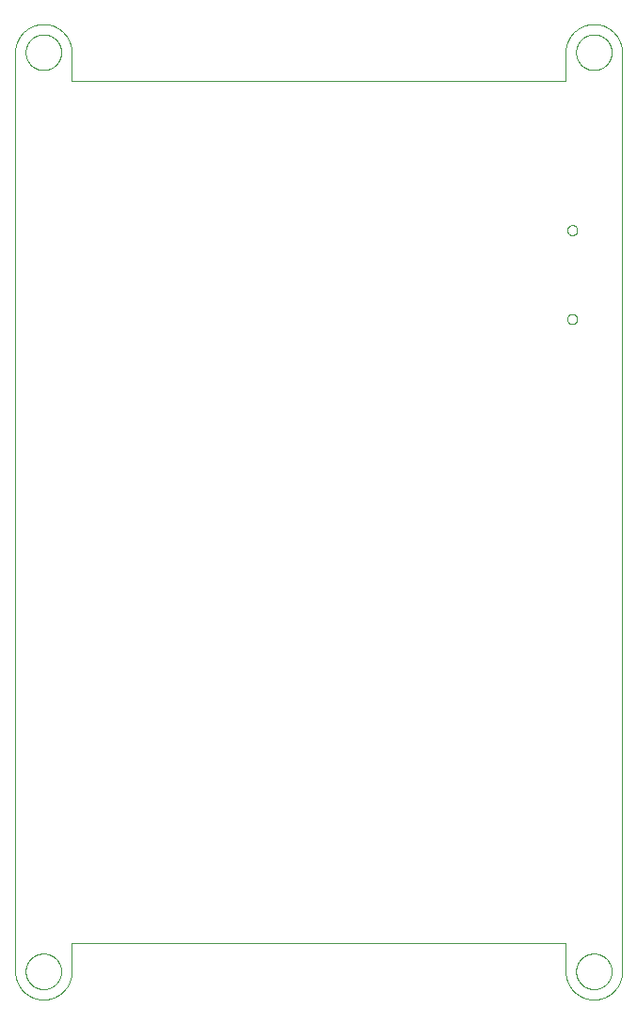
<source format=gko>
G75*
%MOIN*%
%OFA0B0*%
%FSLAX25Y25*%
%IPPOS*%
%LPD*%
%AMOC8*
5,1,8,0,0,1.08239X$1,22.5*
%
%ADD10C,0.00000*%
D10*
X0006171Y0011000D02*
X0006171Y0336500D01*
X0006174Y0336744D01*
X0006183Y0336987D01*
X0006198Y0337230D01*
X0006218Y0337473D01*
X0006245Y0337715D01*
X0006278Y0337956D01*
X0006316Y0338196D01*
X0006360Y0338436D01*
X0006410Y0338674D01*
X0006466Y0338911D01*
X0006528Y0339147D01*
X0006595Y0339381D01*
X0006668Y0339613D01*
X0006747Y0339844D01*
X0006831Y0340072D01*
X0006921Y0340299D01*
X0007016Y0340523D01*
X0007117Y0340745D01*
X0007223Y0340964D01*
X0007334Y0341180D01*
X0007451Y0341394D01*
X0007572Y0341605D01*
X0007699Y0341813D01*
X0007831Y0342018D01*
X0007968Y0342219D01*
X0008110Y0342417D01*
X0008256Y0342612D01*
X0008407Y0342803D01*
X0008563Y0342990D01*
X0008723Y0343173D01*
X0008888Y0343353D01*
X0009057Y0343528D01*
X0009230Y0343699D01*
X0009408Y0343866D01*
X0009589Y0344028D01*
X0009774Y0344186D01*
X0009963Y0344340D01*
X0010156Y0344489D01*
X0010352Y0344633D01*
X0010552Y0344772D01*
X0010755Y0344907D01*
X0010962Y0345036D01*
X0011171Y0345160D01*
X0011383Y0345279D01*
X0011599Y0345393D01*
X0011816Y0345502D01*
X0012037Y0345605D01*
X0012260Y0345703D01*
X0012485Y0345796D01*
X0012713Y0345883D01*
X0012942Y0345964D01*
X0013174Y0346040D01*
X0013407Y0346110D01*
X0013642Y0346175D01*
X0013878Y0346234D01*
X0014116Y0346287D01*
X0014355Y0346334D01*
X0014595Y0346375D01*
X0014836Y0346410D01*
X0015077Y0346440D01*
X0015320Y0346464D01*
X0015563Y0346481D01*
X0015806Y0346493D01*
X0016049Y0346499D01*
X0016293Y0346499D01*
X0016536Y0346493D01*
X0016779Y0346481D01*
X0017022Y0346464D01*
X0017265Y0346440D01*
X0017506Y0346410D01*
X0017747Y0346375D01*
X0017987Y0346334D01*
X0018226Y0346287D01*
X0018464Y0346234D01*
X0018700Y0346175D01*
X0018935Y0346110D01*
X0019168Y0346040D01*
X0019400Y0345964D01*
X0019629Y0345883D01*
X0019857Y0345796D01*
X0020082Y0345703D01*
X0020305Y0345605D01*
X0020526Y0345502D01*
X0020743Y0345393D01*
X0020959Y0345279D01*
X0021171Y0345160D01*
X0021380Y0345036D01*
X0021587Y0344907D01*
X0021790Y0344772D01*
X0021990Y0344633D01*
X0022186Y0344489D01*
X0022379Y0344340D01*
X0022568Y0344186D01*
X0022753Y0344028D01*
X0022934Y0343866D01*
X0023112Y0343699D01*
X0023285Y0343528D01*
X0023454Y0343353D01*
X0023619Y0343173D01*
X0023779Y0342990D01*
X0023935Y0342803D01*
X0024086Y0342612D01*
X0024232Y0342417D01*
X0024374Y0342219D01*
X0024511Y0342018D01*
X0024643Y0341813D01*
X0024770Y0341605D01*
X0024891Y0341394D01*
X0025008Y0341180D01*
X0025119Y0340964D01*
X0025225Y0340745D01*
X0025326Y0340523D01*
X0025421Y0340299D01*
X0025511Y0340072D01*
X0025595Y0339844D01*
X0025674Y0339613D01*
X0025747Y0339381D01*
X0025814Y0339147D01*
X0025876Y0338911D01*
X0025932Y0338674D01*
X0025982Y0338436D01*
X0026026Y0338196D01*
X0026064Y0337956D01*
X0026097Y0337715D01*
X0026124Y0337473D01*
X0026144Y0337230D01*
X0026159Y0336987D01*
X0026168Y0336744D01*
X0026171Y0336500D01*
X0026171Y0326500D01*
X0201171Y0326500D01*
X0201171Y0336500D01*
X0201174Y0336744D01*
X0201183Y0336987D01*
X0201198Y0337230D01*
X0201218Y0337473D01*
X0201245Y0337715D01*
X0201278Y0337956D01*
X0201316Y0338196D01*
X0201360Y0338436D01*
X0201410Y0338674D01*
X0201466Y0338911D01*
X0201528Y0339147D01*
X0201595Y0339381D01*
X0201668Y0339613D01*
X0201747Y0339844D01*
X0201831Y0340072D01*
X0201921Y0340299D01*
X0202016Y0340523D01*
X0202117Y0340745D01*
X0202223Y0340964D01*
X0202334Y0341180D01*
X0202451Y0341394D01*
X0202572Y0341605D01*
X0202699Y0341813D01*
X0202831Y0342018D01*
X0202968Y0342219D01*
X0203110Y0342417D01*
X0203256Y0342612D01*
X0203407Y0342803D01*
X0203563Y0342990D01*
X0203723Y0343173D01*
X0203888Y0343353D01*
X0204057Y0343528D01*
X0204230Y0343699D01*
X0204408Y0343866D01*
X0204589Y0344028D01*
X0204774Y0344186D01*
X0204963Y0344340D01*
X0205156Y0344489D01*
X0205352Y0344633D01*
X0205552Y0344772D01*
X0205755Y0344907D01*
X0205962Y0345036D01*
X0206171Y0345160D01*
X0206383Y0345279D01*
X0206599Y0345393D01*
X0206816Y0345502D01*
X0207037Y0345605D01*
X0207260Y0345703D01*
X0207485Y0345796D01*
X0207713Y0345883D01*
X0207942Y0345964D01*
X0208174Y0346040D01*
X0208407Y0346110D01*
X0208642Y0346175D01*
X0208878Y0346234D01*
X0209116Y0346287D01*
X0209355Y0346334D01*
X0209595Y0346375D01*
X0209836Y0346410D01*
X0210077Y0346440D01*
X0210320Y0346464D01*
X0210563Y0346481D01*
X0210806Y0346493D01*
X0211049Y0346499D01*
X0211293Y0346499D01*
X0211536Y0346493D01*
X0211779Y0346481D01*
X0212022Y0346464D01*
X0212265Y0346440D01*
X0212506Y0346410D01*
X0212747Y0346375D01*
X0212987Y0346334D01*
X0213226Y0346287D01*
X0213464Y0346234D01*
X0213700Y0346175D01*
X0213935Y0346110D01*
X0214168Y0346040D01*
X0214400Y0345964D01*
X0214629Y0345883D01*
X0214857Y0345796D01*
X0215082Y0345703D01*
X0215305Y0345605D01*
X0215526Y0345502D01*
X0215743Y0345393D01*
X0215959Y0345279D01*
X0216171Y0345160D01*
X0216380Y0345036D01*
X0216587Y0344907D01*
X0216790Y0344772D01*
X0216990Y0344633D01*
X0217186Y0344489D01*
X0217379Y0344340D01*
X0217568Y0344186D01*
X0217753Y0344028D01*
X0217934Y0343866D01*
X0218112Y0343699D01*
X0218285Y0343528D01*
X0218454Y0343353D01*
X0218619Y0343173D01*
X0218779Y0342990D01*
X0218935Y0342803D01*
X0219086Y0342612D01*
X0219232Y0342417D01*
X0219374Y0342219D01*
X0219511Y0342018D01*
X0219643Y0341813D01*
X0219770Y0341605D01*
X0219891Y0341394D01*
X0220008Y0341180D01*
X0220119Y0340964D01*
X0220225Y0340745D01*
X0220326Y0340523D01*
X0220421Y0340299D01*
X0220511Y0340072D01*
X0220595Y0339844D01*
X0220674Y0339613D01*
X0220747Y0339381D01*
X0220814Y0339147D01*
X0220876Y0338911D01*
X0220932Y0338674D01*
X0220982Y0338436D01*
X0221026Y0338196D01*
X0221064Y0337956D01*
X0221097Y0337715D01*
X0221124Y0337473D01*
X0221144Y0337230D01*
X0221159Y0336987D01*
X0221168Y0336744D01*
X0221171Y0336500D01*
X0221171Y0011000D01*
X0221168Y0010756D01*
X0221159Y0010513D01*
X0221144Y0010270D01*
X0221124Y0010027D01*
X0221097Y0009785D01*
X0221064Y0009544D01*
X0221026Y0009304D01*
X0220982Y0009064D01*
X0220932Y0008826D01*
X0220876Y0008589D01*
X0220814Y0008353D01*
X0220747Y0008119D01*
X0220674Y0007887D01*
X0220595Y0007656D01*
X0220511Y0007428D01*
X0220421Y0007201D01*
X0220326Y0006977D01*
X0220225Y0006755D01*
X0220119Y0006536D01*
X0220008Y0006320D01*
X0219891Y0006106D01*
X0219770Y0005895D01*
X0219643Y0005687D01*
X0219511Y0005482D01*
X0219374Y0005281D01*
X0219232Y0005083D01*
X0219086Y0004888D01*
X0218935Y0004697D01*
X0218779Y0004510D01*
X0218619Y0004327D01*
X0218454Y0004147D01*
X0218285Y0003972D01*
X0218112Y0003801D01*
X0217934Y0003634D01*
X0217753Y0003472D01*
X0217568Y0003314D01*
X0217379Y0003160D01*
X0217186Y0003011D01*
X0216990Y0002867D01*
X0216790Y0002728D01*
X0216587Y0002593D01*
X0216380Y0002464D01*
X0216171Y0002340D01*
X0215959Y0002221D01*
X0215743Y0002107D01*
X0215526Y0001998D01*
X0215305Y0001895D01*
X0215082Y0001797D01*
X0214857Y0001704D01*
X0214629Y0001617D01*
X0214400Y0001536D01*
X0214168Y0001460D01*
X0213935Y0001390D01*
X0213700Y0001325D01*
X0213464Y0001266D01*
X0213226Y0001213D01*
X0212987Y0001166D01*
X0212747Y0001125D01*
X0212506Y0001090D01*
X0212265Y0001060D01*
X0212022Y0001036D01*
X0211779Y0001019D01*
X0211536Y0001007D01*
X0211293Y0001001D01*
X0211049Y0001001D01*
X0210806Y0001007D01*
X0210563Y0001019D01*
X0210320Y0001036D01*
X0210077Y0001060D01*
X0209836Y0001090D01*
X0209595Y0001125D01*
X0209355Y0001166D01*
X0209116Y0001213D01*
X0208878Y0001266D01*
X0208642Y0001325D01*
X0208407Y0001390D01*
X0208174Y0001460D01*
X0207942Y0001536D01*
X0207713Y0001617D01*
X0207485Y0001704D01*
X0207260Y0001797D01*
X0207037Y0001895D01*
X0206816Y0001998D01*
X0206599Y0002107D01*
X0206383Y0002221D01*
X0206171Y0002340D01*
X0205962Y0002464D01*
X0205755Y0002593D01*
X0205552Y0002728D01*
X0205352Y0002867D01*
X0205156Y0003011D01*
X0204963Y0003160D01*
X0204774Y0003314D01*
X0204589Y0003472D01*
X0204408Y0003634D01*
X0204230Y0003801D01*
X0204057Y0003972D01*
X0203888Y0004147D01*
X0203723Y0004327D01*
X0203563Y0004510D01*
X0203407Y0004697D01*
X0203256Y0004888D01*
X0203110Y0005083D01*
X0202968Y0005281D01*
X0202831Y0005482D01*
X0202699Y0005687D01*
X0202572Y0005895D01*
X0202451Y0006106D01*
X0202334Y0006320D01*
X0202223Y0006536D01*
X0202117Y0006755D01*
X0202016Y0006977D01*
X0201921Y0007201D01*
X0201831Y0007428D01*
X0201747Y0007656D01*
X0201668Y0007887D01*
X0201595Y0008119D01*
X0201528Y0008353D01*
X0201466Y0008589D01*
X0201410Y0008826D01*
X0201360Y0009064D01*
X0201316Y0009304D01*
X0201278Y0009544D01*
X0201245Y0009785D01*
X0201218Y0010027D01*
X0201198Y0010270D01*
X0201183Y0010513D01*
X0201174Y0010756D01*
X0201171Y0011000D01*
X0201171Y0021000D01*
X0026171Y0021000D01*
X0026171Y0011000D01*
X0026168Y0010756D01*
X0026159Y0010513D01*
X0026144Y0010270D01*
X0026124Y0010027D01*
X0026097Y0009785D01*
X0026064Y0009544D01*
X0026026Y0009304D01*
X0025982Y0009064D01*
X0025932Y0008826D01*
X0025876Y0008589D01*
X0025814Y0008353D01*
X0025747Y0008119D01*
X0025674Y0007887D01*
X0025595Y0007656D01*
X0025511Y0007428D01*
X0025421Y0007201D01*
X0025326Y0006977D01*
X0025225Y0006755D01*
X0025119Y0006536D01*
X0025008Y0006320D01*
X0024891Y0006106D01*
X0024770Y0005895D01*
X0024643Y0005687D01*
X0024511Y0005482D01*
X0024374Y0005281D01*
X0024232Y0005083D01*
X0024086Y0004888D01*
X0023935Y0004697D01*
X0023779Y0004510D01*
X0023619Y0004327D01*
X0023454Y0004147D01*
X0023285Y0003972D01*
X0023112Y0003801D01*
X0022934Y0003634D01*
X0022753Y0003472D01*
X0022568Y0003314D01*
X0022379Y0003160D01*
X0022186Y0003011D01*
X0021990Y0002867D01*
X0021790Y0002728D01*
X0021587Y0002593D01*
X0021380Y0002464D01*
X0021171Y0002340D01*
X0020959Y0002221D01*
X0020743Y0002107D01*
X0020526Y0001998D01*
X0020305Y0001895D01*
X0020082Y0001797D01*
X0019857Y0001704D01*
X0019629Y0001617D01*
X0019400Y0001536D01*
X0019168Y0001460D01*
X0018935Y0001390D01*
X0018700Y0001325D01*
X0018464Y0001266D01*
X0018226Y0001213D01*
X0017987Y0001166D01*
X0017747Y0001125D01*
X0017506Y0001090D01*
X0017265Y0001060D01*
X0017022Y0001036D01*
X0016779Y0001019D01*
X0016536Y0001007D01*
X0016293Y0001001D01*
X0016049Y0001001D01*
X0015806Y0001007D01*
X0015563Y0001019D01*
X0015320Y0001036D01*
X0015077Y0001060D01*
X0014836Y0001090D01*
X0014595Y0001125D01*
X0014355Y0001166D01*
X0014116Y0001213D01*
X0013878Y0001266D01*
X0013642Y0001325D01*
X0013407Y0001390D01*
X0013174Y0001460D01*
X0012942Y0001536D01*
X0012713Y0001617D01*
X0012485Y0001704D01*
X0012260Y0001797D01*
X0012037Y0001895D01*
X0011816Y0001998D01*
X0011599Y0002107D01*
X0011383Y0002221D01*
X0011171Y0002340D01*
X0010962Y0002464D01*
X0010755Y0002593D01*
X0010552Y0002728D01*
X0010352Y0002867D01*
X0010156Y0003011D01*
X0009963Y0003160D01*
X0009774Y0003314D01*
X0009589Y0003472D01*
X0009408Y0003634D01*
X0009230Y0003801D01*
X0009057Y0003972D01*
X0008888Y0004147D01*
X0008723Y0004327D01*
X0008563Y0004510D01*
X0008407Y0004697D01*
X0008256Y0004888D01*
X0008110Y0005083D01*
X0007968Y0005281D01*
X0007831Y0005482D01*
X0007699Y0005687D01*
X0007572Y0005895D01*
X0007451Y0006106D01*
X0007334Y0006320D01*
X0007223Y0006536D01*
X0007117Y0006755D01*
X0007016Y0006977D01*
X0006921Y0007201D01*
X0006831Y0007428D01*
X0006747Y0007656D01*
X0006668Y0007887D01*
X0006595Y0008119D01*
X0006528Y0008353D01*
X0006466Y0008589D01*
X0006410Y0008826D01*
X0006360Y0009064D01*
X0006316Y0009304D01*
X0006278Y0009544D01*
X0006245Y0009785D01*
X0006218Y0010027D01*
X0006198Y0010270D01*
X0006183Y0010513D01*
X0006174Y0010756D01*
X0006171Y0011000D01*
X0009872Y0011000D02*
X0009874Y0011158D01*
X0009880Y0011316D01*
X0009890Y0011474D01*
X0009904Y0011632D01*
X0009922Y0011789D01*
X0009943Y0011946D01*
X0009969Y0012102D01*
X0009999Y0012258D01*
X0010032Y0012413D01*
X0010070Y0012566D01*
X0010111Y0012719D01*
X0010156Y0012871D01*
X0010205Y0013022D01*
X0010258Y0013171D01*
X0010314Y0013319D01*
X0010374Y0013465D01*
X0010438Y0013610D01*
X0010506Y0013753D01*
X0010577Y0013895D01*
X0010651Y0014035D01*
X0010729Y0014172D01*
X0010811Y0014308D01*
X0010895Y0014442D01*
X0010984Y0014573D01*
X0011075Y0014702D01*
X0011170Y0014829D01*
X0011267Y0014954D01*
X0011368Y0015076D01*
X0011472Y0015195D01*
X0011579Y0015312D01*
X0011689Y0015426D01*
X0011802Y0015537D01*
X0011917Y0015646D01*
X0012035Y0015751D01*
X0012156Y0015853D01*
X0012279Y0015953D01*
X0012405Y0016049D01*
X0012533Y0016142D01*
X0012663Y0016232D01*
X0012796Y0016318D01*
X0012931Y0016402D01*
X0013067Y0016481D01*
X0013206Y0016558D01*
X0013347Y0016630D01*
X0013489Y0016700D01*
X0013633Y0016765D01*
X0013779Y0016827D01*
X0013926Y0016885D01*
X0014075Y0016940D01*
X0014225Y0016991D01*
X0014376Y0017038D01*
X0014528Y0017081D01*
X0014681Y0017120D01*
X0014836Y0017156D01*
X0014991Y0017187D01*
X0015147Y0017215D01*
X0015303Y0017239D01*
X0015460Y0017259D01*
X0015618Y0017275D01*
X0015775Y0017287D01*
X0015934Y0017295D01*
X0016092Y0017299D01*
X0016250Y0017299D01*
X0016408Y0017295D01*
X0016567Y0017287D01*
X0016724Y0017275D01*
X0016882Y0017259D01*
X0017039Y0017239D01*
X0017195Y0017215D01*
X0017351Y0017187D01*
X0017506Y0017156D01*
X0017661Y0017120D01*
X0017814Y0017081D01*
X0017966Y0017038D01*
X0018117Y0016991D01*
X0018267Y0016940D01*
X0018416Y0016885D01*
X0018563Y0016827D01*
X0018709Y0016765D01*
X0018853Y0016700D01*
X0018995Y0016630D01*
X0019136Y0016558D01*
X0019275Y0016481D01*
X0019411Y0016402D01*
X0019546Y0016318D01*
X0019679Y0016232D01*
X0019809Y0016142D01*
X0019937Y0016049D01*
X0020063Y0015953D01*
X0020186Y0015853D01*
X0020307Y0015751D01*
X0020425Y0015646D01*
X0020540Y0015537D01*
X0020653Y0015426D01*
X0020763Y0015312D01*
X0020870Y0015195D01*
X0020974Y0015076D01*
X0021075Y0014954D01*
X0021172Y0014829D01*
X0021267Y0014702D01*
X0021358Y0014573D01*
X0021447Y0014442D01*
X0021531Y0014308D01*
X0021613Y0014172D01*
X0021691Y0014035D01*
X0021765Y0013895D01*
X0021836Y0013753D01*
X0021904Y0013610D01*
X0021968Y0013465D01*
X0022028Y0013319D01*
X0022084Y0013171D01*
X0022137Y0013022D01*
X0022186Y0012871D01*
X0022231Y0012719D01*
X0022272Y0012566D01*
X0022310Y0012413D01*
X0022343Y0012258D01*
X0022373Y0012102D01*
X0022399Y0011946D01*
X0022420Y0011789D01*
X0022438Y0011632D01*
X0022452Y0011474D01*
X0022462Y0011316D01*
X0022468Y0011158D01*
X0022470Y0011000D01*
X0022468Y0010842D01*
X0022462Y0010684D01*
X0022452Y0010526D01*
X0022438Y0010368D01*
X0022420Y0010211D01*
X0022399Y0010054D01*
X0022373Y0009898D01*
X0022343Y0009742D01*
X0022310Y0009587D01*
X0022272Y0009434D01*
X0022231Y0009281D01*
X0022186Y0009129D01*
X0022137Y0008978D01*
X0022084Y0008829D01*
X0022028Y0008681D01*
X0021968Y0008535D01*
X0021904Y0008390D01*
X0021836Y0008247D01*
X0021765Y0008105D01*
X0021691Y0007965D01*
X0021613Y0007828D01*
X0021531Y0007692D01*
X0021447Y0007558D01*
X0021358Y0007427D01*
X0021267Y0007298D01*
X0021172Y0007171D01*
X0021075Y0007046D01*
X0020974Y0006924D01*
X0020870Y0006805D01*
X0020763Y0006688D01*
X0020653Y0006574D01*
X0020540Y0006463D01*
X0020425Y0006354D01*
X0020307Y0006249D01*
X0020186Y0006147D01*
X0020063Y0006047D01*
X0019937Y0005951D01*
X0019809Y0005858D01*
X0019679Y0005768D01*
X0019546Y0005682D01*
X0019411Y0005598D01*
X0019275Y0005519D01*
X0019136Y0005442D01*
X0018995Y0005370D01*
X0018853Y0005300D01*
X0018709Y0005235D01*
X0018563Y0005173D01*
X0018416Y0005115D01*
X0018267Y0005060D01*
X0018117Y0005009D01*
X0017966Y0004962D01*
X0017814Y0004919D01*
X0017661Y0004880D01*
X0017506Y0004844D01*
X0017351Y0004813D01*
X0017195Y0004785D01*
X0017039Y0004761D01*
X0016882Y0004741D01*
X0016724Y0004725D01*
X0016567Y0004713D01*
X0016408Y0004705D01*
X0016250Y0004701D01*
X0016092Y0004701D01*
X0015934Y0004705D01*
X0015775Y0004713D01*
X0015618Y0004725D01*
X0015460Y0004741D01*
X0015303Y0004761D01*
X0015147Y0004785D01*
X0014991Y0004813D01*
X0014836Y0004844D01*
X0014681Y0004880D01*
X0014528Y0004919D01*
X0014376Y0004962D01*
X0014225Y0005009D01*
X0014075Y0005060D01*
X0013926Y0005115D01*
X0013779Y0005173D01*
X0013633Y0005235D01*
X0013489Y0005300D01*
X0013347Y0005370D01*
X0013206Y0005442D01*
X0013067Y0005519D01*
X0012931Y0005598D01*
X0012796Y0005682D01*
X0012663Y0005768D01*
X0012533Y0005858D01*
X0012405Y0005951D01*
X0012279Y0006047D01*
X0012156Y0006147D01*
X0012035Y0006249D01*
X0011917Y0006354D01*
X0011802Y0006463D01*
X0011689Y0006574D01*
X0011579Y0006688D01*
X0011472Y0006805D01*
X0011368Y0006924D01*
X0011267Y0007046D01*
X0011170Y0007171D01*
X0011075Y0007298D01*
X0010984Y0007427D01*
X0010895Y0007558D01*
X0010811Y0007692D01*
X0010729Y0007828D01*
X0010651Y0007965D01*
X0010577Y0008105D01*
X0010506Y0008247D01*
X0010438Y0008390D01*
X0010374Y0008535D01*
X0010314Y0008681D01*
X0010258Y0008829D01*
X0010205Y0008978D01*
X0010156Y0009129D01*
X0010111Y0009281D01*
X0010070Y0009434D01*
X0010032Y0009587D01*
X0009999Y0009742D01*
X0009969Y0009898D01*
X0009943Y0010054D01*
X0009922Y0010211D01*
X0009904Y0010368D01*
X0009890Y0010526D01*
X0009880Y0010684D01*
X0009874Y0010842D01*
X0009872Y0011000D01*
X0201738Y0242012D02*
X0201740Y0242096D01*
X0201746Y0242179D01*
X0201756Y0242262D01*
X0201770Y0242345D01*
X0201787Y0242427D01*
X0201809Y0242508D01*
X0201834Y0242587D01*
X0201863Y0242666D01*
X0201896Y0242743D01*
X0201932Y0242818D01*
X0201972Y0242892D01*
X0202015Y0242964D01*
X0202062Y0243033D01*
X0202112Y0243100D01*
X0202165Y0243165D01*
X0202221Y0243227D01*
X0202279Y0243287D01*
X0202341Y0243344D01*
X0202405Y0243397D01*
X0202472Y0243448D01*
X0202541Y0243495D01*
X0202612Y0243540D01*
X0202685Y0243580D01*
X0202760Y0243617D01*
X0202837Y0243651D01*
X0202915Y0243681D01*
X0202994Y0243707D01*
X0203075Y0243730D01*
X0203157Y0243748D01*
X0203239Y0243763D01*
X0203322Y0243774D01*
X0203405Y0243781D01*
X0203489Y0243784D01*
X0203573Y0243783D01*
X0203656Y0243778D01*
X0203740Y0243769D01*
X0203822Y0243756D01*
X0203904Y0243740D01*
X0203985Y0243719D01*
X0204066Y0243695D01*
X0204144Y0243667D01*
X0204222Y0243635D01*
X0204298Y0243599D01*
X0204372Y0243560D01*
X0204444Y0243518D01*
X0204514Y0243472D01*
X0204582Y0243423D01*
X0204647Y0243371D01*
X0204710Y0243316D01*
X0204770Y0243258D01*
X0204828Y0243197D01*
X0204882Y0243133D01*
X0204934Y0243067D01*
X0204982Y0242999D01*
X0205027Y0242928D01*
X0205068Y0242855D01*
X0205107Y0242781D01*
X0205141Y0242705D01*
X0205172Y0242627D01*
X0205199Y0242548D01*
X0205223Y0242467D01*
X0205242Y0242386D01*
X0205258Y0242304D01*
X0205270Y0242221D01*
X0205278Y0242137D01*
X0205282Y0242054D01*
X0205282Y0241970D01*
X0205278Y0241887D01*
X0205270Y0241803D01*
X0205258Y0241720D01*
X0205242Y0241638D01*
X0205223Y0241557D01*
X0205199Y0241476D01*
X0205172Y0241397D01*
X0205141Y0241319D01*
X0205107Y0241243D01*
X0205068Y0241169D01*
X0205027Y0241096D01*
X0204982Y0241025D01*
X0204934Y0240957D01*
X0204882Y0240891D01*
X0204828Y0240827D01*
X0204770Y0240766D01*
X0204710Y0240708D01*
X0204647Y0240653D01*
X0204582Y0240601D01*
X0204514Y0240552D01*
X0204444Y0240506D01*
X0204372Y0240464D01*
X0204298Y0240425D01*
X0204222Y0240389D01*
X0204144Y0240357D01*
X0204066Y0240329D01*
X0203985Y0240305D01*
X0203904Y0240284D01*
X0203822Y0240268D01*
X0203740Y0240255D01*
X0203656Y0240246D01*
X0203573Y0240241D01*
X0203489Y0240240D01*
X0203405Y0240243D01*
X0203322Y0240250D01*
X0203239Y0240261D01*
X0203157Y0240276D01*
X0203075Y0240294D01*
X0202994Y0240317D01*
X0202915Y0240343D01*
X0202837Y0240373D01*
X0202760Y0240407D01*
X0202685Y0240444D01*
X0202612Y0240484D01*
X0202541Y0240529D01*
X0202472Y0240576D01*
X0202405Y0240627D01*
X0202341Y0240680D01*
X0202279Y0240737D01*
X0202221Y0240797D01*
X0202165Y0240859D01*
X0202112Y0240924D01*
X0202062Y0240991D01*
X0202015Y0241060D01*
X0201972Y0241132D01*
X0201932Y0241206D01*
X0201896Y0241281D01*
X0201863Y0241358D01*
X0201834Y0241437D01*
X0201809Y0241516D01*
X0201787Y0241597D01*
X0201770Y0241679D01*
X0201756Y0241762D01*
X0201746Y0241845D01*
X0201740Y0241928D01*
X0201738Y0242012D01*
X0201738Y0273508D02*
X0201740Y0273592D01*
X0201746Y0273675D01*
X0201756Y0273758D01*
X0201770Y0273841D01*
X0201787Y0273923D01*
X0201809Y0274004D01*
X0201834Y0274083D01*
X0201863Y0274162D01*
X0201896Y0274239D01*
X0201932Y0274314D01*
X0201972Y0274388D01*
X0202015Y0274460D01*
X0202062Y0274529D01*
X0202112Y0274596D01*
X0202165Y0274661D01*
X0202221Y0274723D01*
X0202279Y0274783D01*
X0202341Y0274840D01*
X0202405Y0274893D01*
X0202472Y0274944D01*
X0202541Y0274991D01*
X0202612Y0275036D01*
X0202685Y0275076D01*
X0202760Y0275113D01*
X0202837Y0275147D01*
X0202915Y0275177D01*
X0202994Y0275203D01*
X0203075Y0275226D01*
X0203157Y0275244D01*
X0203239Y0275259D01*
X0203322Y0275270D01*
X0203405Y0275277D01*
X0203489Y0275280D01*
X0203573Y0275279D01*
X0203656Y0275274D01*
X0203740Y0275265D01*
X0203822Y0275252D01*
X0203904Y0275236D01*
X0203985Y0275215D01*
X0204066Y0275191D01*
X0204144Y0275163D01*
X0204222Y0275131D01*
X0204298Y0275095D01*
X0204372Y0275056D01*
X0204444Y0275014D01*
X0204514Y0274968D01*
X0204582Y0274919D01*
X0204647Y0274867D01*
X0204710Y0274812D01*
X0204770Y0274754D01*
X0204828Y0274693D01*
X0204882Y0274629D01*
X0204934Y0274563D01*
X0204982Y0274495D01*
X0205027Y0274424D01*
X0205068Y0274351D01*
X0205107Y0274277D01*
X0205141Y0274201D01*
X0205172Y0274123D01*
X0205199Y0274044D01*
X0205223Y0273963D01*
X0205242Y0273882D01*
X0205258Y0273800D01*
X0205270Y0273717D01*
X0205278Y0273633D01*
X0205282Y0273550D01*
X0205282Y0273466D01*
X0205278Y0273383D01*
X0205270Y0273299D01*
X0205258Y0273216D01*
X0205242Y0273134D01*
X0205223Y0273053D01*
X0205199Y0272972D01*
X0205172Y0272893D01*
X0205141Y0272815D01*
X0205107Y0272739D01*
X0205068Y0272665D01*
X0205027Y0272592D01*
X0204982Y0272521D01*
X0204934Y0272453D01*
X0204882Y0272387D01*
X0204828Y0272323D01*
X0204770Y0272262D01*
X0204710Y0272204D01*
X0204647Y0272149D01*
X0204582Y0272097D01*
X0204514Y0272048D01*
X0204444Y0272002D01*
X0204372Y0271960D01*
X0204298Y0271921D01*
X0204222Y0271885D01*
X0204144Y0271853D01*
X0204066Y0271825D01*
X0203985Y0271801D01*
X0203904Y0271780D01*
X0203822Y0271764D01*
X0203740Y0271751D01*
X0203656Y0271742D01*
X0203573Y0271737D01*
X0203489Y0271736D01*
X0203405Y0271739D01*
X0203322Y0271746D01*
X0203239Y0271757D01*
X0203157Y0271772D01*
X0203075Y0271790D01*
X0202994Y0271813D01*
X0202915Y0271839D01*
X0202837Y0271869D01*
X0202760Y0271903D01*
X0202685Y0271940D01*
X0202612Y0271980D01*
X0202541Y0272025D01*
X0202472Y0272072D01*
X0202405Y0272123D01*
X0202341Y0272176D01*
X0202279Y0272233D01*
X0202221Y0272293D01*
X0202165Y0272355D01*
X0202112Y0272420D01*
X0202062Y0272487D01*
X0202015Y0272556D01*
X0201972Y0272628D01*
X0201932Y0272702D01*
X0201896Y0272777D01*
X0201863Y0272854D01*
X0201834Y0272933D01*
X0201809Y0273012D01*
X0201787Y0273093D01*
X0201770Y0273175D01*
X0201756Y0273258D01*
X0201746Y0273341D01*
X0201740Y0273424D01*
X0201738Y0273508D01*
X0204872Y0336500D02*
X0204874Y0336658D01*
X0204880Y0336816D01*
X0204890Y0336974D01*
X0204904Y0337132D01*
X0204922Y0337289D01*
X0204943Y0337446D01*
X0204969Y0337602D01*
X0204999Y0337758D01*
X0205032Y0337913D01*
X0205070Y0338066D01*
X0205111Y0338219D01*
X0205156Y0338371D01*
X0205205Y0338522D01*
X0205258Y0338671D01*
X0205314Y0338819D01*
X0205374Y0338965D01*
X0205438Y0339110D01*
X0205506Y0339253D01*
X0205577Y0339395D01*
X0205651Y0339535D01*
X0205729Y0339672D01*
X0205811Y0339808D01*
X0205895Y0339942D01*
X0205984Y0340073D01*
X0206075Y0340202D01*
X0206170Y0340329D01*
X0206267Y0340454D01*
X0206368Y0340576D01*
X0206472Y0340695D01*
X0206579Y0340812D01*
X0206689Y0340926D01*
X0206802Y0341037D01*
X0206917Y0341146D01*
X0207035Y0341251D01*
X0207156Y0341353D01*
X0207279Y0341453D01*
X0207405Y0341549D01*
X0207533Y0341642D01*
X0207663Y0341732D01*
X0207796Y0341818D01*
X0207931Y0341902D01*
X0208067Y0341981D01*
X0208206Y0342058D01*
X0208347Y0342130D01*
X0208489Y0342200D01*
X0208633Y0342265D01*
X0208779Y0342327D01*
X0208926Y0342385D01*
X0209075Y0342440D01*
X0209225Y0342491D01*
X0209376Y0342538D01*
X0209528Y0342581D01*
X0209681Y0342620D01*
X0209836Y0342656D01*
X0209991Y0342687D01*
X0210147Y0342715D01*
X0210303Y0342739D01*
X0210460Y0342759D01*
X0210618Y0342775D01*
X0210775Y0342787D01*
X0210934Y0342795D01*
X0211092Y0342799D01*
X0211250Y0342799D01*
X0211408Y0342795D01*
X0211567Y0342787D01*
X0211724Y0342775D01*
X0211882Y0342759D01*
X0212039Y0342739D01*
X0212195Y0342715D01*
X0212351Y0342687D01*
X0212506Y0342656D01*
X0212661Y0342620D01*
X0212814Y0342581D01*
X0212966Y0342538D01*
X0213117Y0342491D01*
X0213267Y0342440D01*
X0213416Y0342385D01*
X0213563Y0342327D01*
X0213709Y0342265D01*
X0213853Y0342200D01*
X0213995Y0342130D01*
X0214136Y0342058D01*
X0214275Y0341981D01*
X0214411Y0341902D01*
X0214546Y0341818D01*
X0214679Y0341732D01*
X0214809Y0341642D01*
X0214937Y0341549D01*
X0215063Y0341453D01*
X0215186Y0341353D01*
X0215307Y0341251D01*
X0215425Y0341146D01*
X0215540Y0341037D01*
X0215653Y0340926D01*
X0215763Y0340812D01*
X0215870Y0340695D01*
X0215974Y0340576D01*
X0216075Y0340454D01*
X0216172Y0340329D01*
X0216267Y0340202D01*
X0216358Y0340073D01*
X0216447Y0339942D01*
X0216531Y0339808D01*
X0216613Y0339672D01*
X0216691Y0339535D01*
X0216765Y0339395D01*
X0216836Y0339253D01*
X0216904Y0339110D01*
X0216968Y0338965D01*
X0217028Y0338819D01*
X0217084Y0338671D01*
X0217137Y0338522D01*
X0217186Y0338371D01*
X0217231Y0338219D01*
X0217272Y0338066D01*
X0217310Y0337913D01*
X0217343Y0337758D01*
X0217373Y0337602D01*
X0217399Y0337446D01*
X0217420Y0337289D01*
X0217438Y0337132D01*
X0217452Y0336974D01*
X0217462Y0336816D01*
X0217468Y0336658D01*
X0217470Y0336500D01*
X0217468Y0336342D01*
X0217462Y0336184D01*
X0217452Y0336026D01*
X0217438Y0335868D01*
X0217420Y0335711D01*
X0217399Y0335554D01*
X0217373Y0335398D01*
X0217343Y0335242D01*
X0217310Y0335087D01*
X0217272Y0334934D01*
X0217231Y0334781D01*
X0217186Y0334629D01*
X0217137Y0334478D01*
X0217084Y0334329D01*
X0217028Y0334181D01*
X0216968Y0334035D01*
X0216904Y0333890D01*
X0216836Y0333747D01*
X0216765Y0333605D01*
X0216691Y0333465D01*
X0216613Y0333328D01*
X0216531Y0333192D01*
X0216447Y0333058D01*
X0216358Y0332927D01*
X0216267Y0332798D01*
X0216172Y0332671D01*
X0216075Y0332546D01*
X0215974Y0332424D01*
X0215870Y0332305D01*
X0215763Y0332188D01*
X0215653Y0332074D01*
X0215540Y0331963D01*
X0215425Y0331854D01*
X0215307Y0331749D01*
X0215186Y0331647D01*
X0215063Y0331547D01*
X0214937Y0331451D01*
X0214809Y0331358D01*
X0214679Y0331268D01*
X0214546Y0331182D01*
X0214411Y0331098D01*
X0214275Y0331019D01*
X0214136Y0330942D01*
X0213995Y0330870D01*
X0213853Y0330800D01*
X0213709Y0330735D01*
X0213563Y0330673D01*
X0213416Y0330615D01*
X0213267Y0330560D01*
X0213117Y0330509D01*
X0212966Y0330462D01*
X0212814Y0330419D01*
X0212661Y0330380D01*
X0212506Y0330344D01*
X0212351Y0330313D01*
X0212195Y0330285D01*
X0212039Y0330261D01*
X0211882Y0330241D01*
X0211724Y0330225D01*
X0211567Y0330213D01*
X0211408Y0330205D01*
X0211250Y0330201D01*
X0211092Y0330201D01*
X0210934Y0330205D01*
X0210775Y0330213D01*
X0210618Y0330225D01*
X0210460Y0330241D01*
X0210303Y0330261D01*
X0210147Y0330285D01*
X0209991Y0330313D01*
X0209836Y0330344D01*
X0209681Y0330380D01*
X0209528Y0330419D01*
X0209376Y0330462D01*
X0209225Y0330509D01*
X0209075Y0330560D01*
X0208926Y0330615D01*
X0208779Y0330673D01*
X0208633Y0330735D01*
X0208489Y0330800D01*
X0208347Y0330870D01*
X0208206Y0330942D01*
X0208067Y0331019D01*
X0207931Y0331098D01*
X0207796Y0331182D01*
X0207663Y0331268D01*
X0207533Y0331358D01*
X0207405Y0331451D01*
X0207279Y0331547D01*
X0207156Y0331647D01*
X0207035Y0331749D01*
X0206917Y0331854D01*
X0206802Y0331963D01*
X0206689Y0332074D01*
X0206579Y0332188D01*
X0206472Y0332305D01*
X0206368Y0332424D01*
X0206267Y0332546D01*
X0206170Y0332671D01*
X0206075Y0332798D01*
X0205984Y0332927D01*
X0205895Y0333058D01*
X0205811Y0333192D01*
X0205729Y0333328D01*
X0205651Y0333465D01*
X0205577Y0333605D01*
X0205506Y0333747D01*
X0205438Y0333890D01*
X0205374Y0334035D01*
X0205314Y0334181D01*
X0205258Y0334329D01*
X0205205Y0334478D01*
X0205156Y0334629D01*
X0205111Y0334781D01*
X0205070Y0334934D01*
X0205032Y0335087D01*
X0204999Y0335242D01*
X0204969Y0335398D01*
X0204943Y0335554D01*
X0204922Y0335711D01*
X0204904Y0335868D01*
X0204890Y0336026D01*
X0204880Y0336184D01*
X0204874Y0336342D01*
X0204872Y0336500D01*
X0009872Y0336500D02*
X0009874Y0336658D01*
X0009880Y0336816D01*
X0009890Y0336974D01*
X0009904Y0337132D01*
X0009922Y0337289D01*
X0009943Y0337446D01*
X0009969Y0337602D01*
X0009999Y0337758D01*
X0010032Y0337913D01*
X0010070Y0338066D01*
X0010111Y0338219D01*
X0010156Y0338371D01*
X0010205Y0338522D01*
X0010258Y0338671D01*
X0010314Y0338819D01*
X0010374Y0338965D01*
X0010438Y0339110D01*
X0010506Y0339253D01*
X0010577Y0339395D01*
X0010651Y0339535D01*
X0010729Y0339672D01*
X0010811Y0339808D01*
X0010895Y0339942D01*
X0010984Y0340073D01*
X0011075Y0340202D01*
X0011170Y0340329D01*
X0011267Y0340454D01*
X0011368Y0340576D01*
X0011472Y0340695D01*
X0011579Y0340812D01*
X0011689Y0340926D01*
X0011802Y0341037D01*
X0011917Y0341146D01*
X0012035Y0341251D01*
X0012156Y0341353D01*
X0012279Y0341453D01*
X0012405Y0341549D01*
X0012533Y0341642D01*
X0012663Y0341732D01*
X0012796Y0341818D01*
X0012931Y0341902D01*
X0013067Y0341981D01*
X0013206Y0342058D01*
X0013347Y0342130D01*
X0013489Y0342200D01*
X0013633Y0342265D01*
X0013779Y0342327D01*
X0013926Y0342385D01*
X0014075Y0342440D01*
X0014225Y0342491D01*
X0014376Y0342538D01*
X0014528Y0342581D01*
X0014681Y0342620D01*
X0014836Y0342656D01*
X0014991Y0342687D01*
X0015147Y0342715D01*
X0015303Y0342739D01*
X0015460Y0342759D01*
X0015618Y0342775D01*
X0015775Y0342787D01*
X0015934Y0342795D01*
X0016092Y0342799D01*
X0016250Y0342799D01*
X0016408Y0342795D01*
X0016567Y0342787D01*
X0016724Y0342775D01*
X0016882Y0342759D01*
X0017039Y0342739D01*
X0017195Y0342715D01*
X0017351Y0342687D01*
X0017506Y0342656D01*
X0017661Y0342620D01*
X0017814Y0342581D01*
X0017966Y0342538D01*
X0018117Y0342491D01*
X0018267Y0342440D01*
X0018416Y0342385D01*
X0018563Y0342327D01*
X0018709Y0342265D01*
X0018853Y0342200D01*
X0018995Y0342130D01*
X0019136Y0342058D01*
X0019275Y0341981D01*
X0019411Y0341902D01*
X0019546Y0341818D01*
X0019679Y0341732D01*
X0019809Y0341642D01*
X0019937Y0341549D01*
X0020063Y0341453D01*
X0020186Y0341353D01*
X0020307Y0341251D01*
X0020425Y0341146D01*
X0020540Y0341037D01*
X0020653Y0340926D01*
X0020763Y0340812D01*
X0020870Y0340695D01*
X0020974Y0340576D01*
X0021075Y0340454D01*
X0021172Y0340329D01*
X0021267Y0340202D01*
X0021358Y0340073D01*
X0021447Y0339942D01*
X0021531Y0339808D01*
X0021613Y0339672D01*
X0021691Y0339535D01*
X0021765Y0339395D01*
X0021836Y0339253D01*
X0021904Y0339110D01*
X0021968Y0338965D01*
X0022028Y0338819D01*
X0022084Y0338671D01*
X0022137Y0338522D01*
X0022186Y0338371D01*
X0022231Y0338219D01*
X0022272Y0338066D01*
X0022310Y0337913D01*
X0022343Y0337758D01*
X0022373Y0337602D01*
X0022399Y0337446D01*
X0022420Y0337289D01*
X0022438Y0337132D01*
X0022452Y0336974D01*
X0022462Y0336816D01*
X0022468Y0336658D01*
X0022470Y0336500D01*
X0022468Y0336342D01*
X0022462Y0336184D01*
X0022452Y0336026D01*
X0022438Y0335868D01*
X0022420Y0335711D01*
X0022399Y0335554D01*
X0022373Y0335398D01*
X0022343Y0335242D01*
X0022310Y0335087D01*
X0022272Y0334934D01*
X0022231Y0334781D01*
X0022186Y0334629D01*
X0022137Y0334478D01*
X0022084Y0334329D01*
X0022028Y0334181D01*
X0021968Y0334035D01*
X0021904Y0333890D01*
X0021836Y0333747D01*
X0021765Y0333605D01*
X0021691Y0333465D01*
X0021613Y0333328D01*
X0021531Y0333192D01*
X0021447Y0333058D01*
X0021358Y0332927D01*
X0021267Y0332798D01*
X0021172Y0332671D01*
X0021075Y0332546D01*
X0020974Y0332424D01*
X0020870Y0332305D01*
X0020763Y0332188D01*
X0020653Y0332074D01*
X0020540Y0331963D01*
X0020425Y0331854D01*
X0020307Y0331749D01*
X0020186Y0331647D01*
X0020063Y0331547D01*
X0019937Y0331451D01*
X0019809Y0331358D01*
X0019679Y0331268D01*
X0019546Y0331182D01*
X0019411Y0331098D01*
X0019275Y0331019D01*
X0019136Y0330942D01*
X0018995Y0330870D01*
X0018853Y0330800D01*
X0018709Y0330735D01*
X0018563Y0330673D01*
X0018416Y0330615D01*
X0018267Y0330560D01*
X0018117Y0330509D01*
X0017966Y0330462D01*
X0017814Y0330419D01*
X0017661Y0330380D01*
X0017506Y0330344D01*
X0017351Y0330313D01*
X0017195Y0330285D01*
X0017039Y0330261D01*
X0016882Y0330241D01*
X0016724Y0330225D01*
X0016567Y0330213D01*
X0016408Y0330205D01*
X0016250Y0330201D01*
X0016092Y0330201D01*
X0015934Y0330205D01*
X0015775Y0330213D01*
X0015618Y0330225D01*
X0015460Y0330241D01*
X0015303Y0330261D01*
X0015147Y0330285D01*
X0014991Y0330313D01*
X0014836Y0330344D01*
X0014681Y0330380D01*
X0014528Y0330419D01*
X0014376Y0330462D01*
X0014225Y0330509D01*
X0014075Y0330560D01*
X0013926Y0330615D01*
X0013779Y0330673D01*
X0013633Y0330735D01*
X0013489Y0330800D01*
X0013347Y0330870D01*
X0013206Y0330942D01*
X0013067Y0331019D01*
X0012931Y0331098D01*
X0012796Y0331182D01*
X0012663Y0331268D01*
X0012533Y0331358D01*
X0012405Y0331451D01*
X0012279Y0331547D01*
X0012156Y0331647D01*
X0012035Y0331749D01*
X0011917Y0331854D01*
X0011802Y0331963D01*
X0011689Y0332074D01*
X0011579Y0332188D01*
X0011472Y0332305D01*
X0011368Y0332424D01*
X0011267Y0332546D01*
X0011170Y0332671D01*
X0011075Y0332798D01*
X0010984Y0332927D01*
X0010895Y0333058D01*
X0010811Y0333192D01*
X0010729Y0333328D01*
X0010651Y0333465D01*
X0010577Y0333605D01*
X0010506Y0333747D01*
X0010438Y0333890D01*
X0010374Y0334035D01*
X0010314Y0334181D01*
X0010258Y0334329D01*
X0010205Y0334478D01*
X0010156Y0334629D01*
X0010111Y0334781D01*
X0010070Y0334934D01*
X0010032Y0335087D01*
X0009999Y0335242D01*
X0009969Y0335398D01*
X0009943Y0335554D01*
X0009922Y0335711D01*
X0009904Y0335868D01*
X0009890Y0336026D01*
X0009880Y0336184D01*
X0009874Y0336342D01*
X0009872Y0336500D01*
X0204872Y0011000D02*
X0204874Y0011158D01*
X0204880Y0011316D01*
X0204890Y0011474D01*
X0204904Y0011632D01*
X0204922Y0011789D01*
X0204943Y0011946D01*
X0204969Y0012102D01*
X0204999Y0012258D01*
X0205032Y0012413D01*
X0205070Y0012566D01*
X0205111Y0012719D01*
X0205156Y0012871D01*
X0205205Y0013022D01*
X0205258Y0013171D01*
X0205314Y0013319D01*
X0205374Y0013465D01*
X0205438Y0013610D01*
X0205506Y0013753D01*
X0205577Y0013895D01*
X0205651Y0014035D01*
X0205729Y0014172D01*
X0205811Y0014308D01*
X0205895Y0014442D01*
X0205984Y0014573D01*
X0206075Y0014702D01*
X0206170Y0014829D01*
X0206267Y0014954D01*
X0206368Y0015076D01*
X0206472Y0015195D01*
X0206579Y0015312D01*
X0206689Y0015426D01*
X0206802Y0015537D01*
X0206917Y0015646D01*
X0207035Y0015751D01*
X0207156Y0015853D01*
X0207279Y0015953D01*
X0207405Y0016049D01*
X0207533Y0016142D01*
X0207663Y0016232D01*
X0207796Y0016318D01*
X0207931Y0016402D01*
X0208067Y0016481D01*
X0208206Y0016558D01*
X0208347Y0016630D01*
X0208489Y0016700D01*
X0208633Y0016765D01*
X0208779Y0016827D01*
X0208926Y0016885D01*
X0209075Y0016940D01*
X0209225Y0016991D01*
X0209376Y0017038D01*
X0209528Y0017081D01*
X0209681Y0017120D01*
X0209836Y0017156D01*
X0209991Y0017187D01*
X0210147Y0017215D01*
X0210303Y0017239D01*
X0210460Y0017259D01*
X0210618Y0017275D01*
X0210775Y0017287D01*
X0210934Y0017295D01*
X0211092Y0017299D01*
X0211250Y0017299D01*
X0211408Y0017295D01*
X0211567Y0017287D01*
X0211724Y0017275D01*
X0211882Y0017259D01*
X0212039Y0017239D01*
X0212195Y0017215D01*
X0212351Y0017187D01*
X0212506Y0017156D01*
X0212661Y0017120D01*
X0212814Y0017081D01*
X0212966Y0017038D01*
X0213117Y0016991D01*
X0213267Y0016940D01*
X0213416Y0016885D01*
X0213563Y0016827D01*
X0213709Y0016765D01*
X0213853Y0016700D01*
X0213995Y0016630D01*
X0214136Y0016558D01*
X0214275Y0016481D01*
X0214411Y0016402D01*
X0214546Y0016318D01*
X0214679Y0016232D01*
X0214809Y0016142D01*
X0214937Y0016049D01*
X0215063Y0015953D01*
X0215186Y0015853D01*
X0215307Y0015751D01*
X0215425Y0015646D01*
X0215540Y0015537D01*
X0215653Y0015426D01*
X0215763Y0015312D01*
X0215870Y0015195D01*
X0215974Y0015076D01*
X0216075Y0014954D01*
X0216172Y0014829D01*
X0216267Y0014702D01*
X0216358Y0014573D01*
X0216447Y0014442D01*
X0216531Y0014308D01*
X0216613Y0014172D01*
X0216691Y0014035D01*
X0216765Y0013895D01*
X0216836Y0013753D01*
X0216904Y0013610D01*
X0216968Y0013465D01*
X0217028Y0013319D01*
X0217084Y0013171D01*
X0217137Y0013022D01*
X0217186Y0012871D01*
X0217231Y0012719D01*
X0217272Y0012566D01*
X0217310Y0012413D01*
X0217343Y0012258D01*
X0217373Y0012102D01*
X0217399Y0011946D01*
X0217420Y0011789D01*
X0217438Y0011632D01*
X0217452Y0011474D01*
X0217462Y0011316D01*
X0217468Y0011158D01*
X0217470Y0011000D01*
X0217468Y0010842D01*
X0217462Y0010684D01*
X0217452Y0010526D01*
X0217438Y0010368D01*
X0217420Y0010211D01*
X0217399Y0010054D01*
X0217373Y0009898D01*
X0217343Y0009742D01*
X0217310Y0009587D01*
X0217272Y0009434D01*
X0217231Y0009281D01*
X0217186Y0009129D01*
X0217137Y0008978D01*
X0217084Y0008829D01*
X0217028Y0008681D01*
X0216968Y0008535D01*
X0216904Y0008390D01*
X0216836Y0008247D01*
X0216765Y0008105D01*
X0216691Y0007965D01*
X0216613Y0007828D01*
X0216531Y0007692D01*
X0216447Y0007558D01*
X0216358Y0007427D01*
X0216267Y0007298D01*
X0216172Y0007171D01*
X0216075Y0007046D01*
X0215974Y0006924D01*
X0215870Y0006805D01*
X0215763Y0006688D01*
X0215653Y0006574D01*
X0215540Y0006463D01*
X0215425Y0006354D01*
X0215307Y0006249D01*
X0215186Y0006147D01*
X0215063Y0006047D01*
X0214937Y0005951D01*
X0214809Y0005858D01*
X0214679Y0005768D01*
X0214546Y0005682D01*
X0214411Y0005598D01*
X0214275Y0005519D01*
X0214136Y0005442D01*
X0213995Y0005370D01*
X0213853Y0005300D01*
X0213709Y0005235D01*
X0213563Y0005173D01*
X0213416Y0005115D01*
X0213267Y0005060D01*
X0213117Y0005009D01*
X0212966Y0004962D01*
X0212814Y0004919D01*
X0212661Y0004880D01*
X0212506Y0004844D01*
X0212351Y0004813D01*
X0212195Y0004785D01*
X0212039Y0004761D01*
X0211882Y0004741D01*
X0211724Y0004725D01*
X0211567Y0004713D01*
X0211408Y0004705D01*
X0211250Y0004701D01*
X0211092Y0004701D01*
X0210934Y0004705D01*
X0210775Y0004713D01*
X0210618Y0004725D01*
X0210460Y0004741D01*
X0210303Y0004761D01*
X0210147Y0004785D01*
X0209991Y0004813D01*
X0209836Y0004844D01*
X0209681Y0004880D01*
X0209528Y0004919D01*
X0209376Y0004962D01*
X0209225Y0005009D01*
X0209075Y0005060D01*
X0208926Y0005115D01*
X0208779Y0005173D01*
X0208633Y0005235D01*
X0208489Y0005300D01*
X0208347Y0005370D01*
X0208206Y0005442D01*
X0208067Y0005519D01*
X0207931Y0005598D01*
X0207796Y0005682D01*
X0207663Y0005768D01*
X0207533Y0005858D01*
X0207405Y0005951D01*
X0207279Y0006047D01*
X0207156Y0006147D01*
X0207035Y0006249D01*
X0206917Y0006354D01*
X0206802Y0006463D01*
X0206689Y0006574D01*
X0206579Y0006688D01*
X0206472Y0006805D01*
X0206368Y0006924D01*
X0206267Y0007046D01*
X0206170Y0007171D01*
X0206075Y0007298D01*
X0205984Y0007427D01*
X0205895Y0007558D01*
X0205811Y0007692D01*
X0205729Y0007828D01*
X0205651Y0007965D01*
X0205577Y0008105D01*
X0205506Y0008247D01*
X0205438Y0008390D01*
X0205374Y0008535D01*
X0205314Y0008681D01*
X0205258Y0008829D01*
X0205205Y0008978D01*
X0205156Y0009129D01*
X0205111Y0009281D01*
X0205070Y0009434D01*
X0205032Y0009587D01*
X0204999Y0009742D01*
X0204969Y0009898D01*
X0204943Y0010054D01*
X0204922Y0010211D01*
X0204904Y0010368D01*
X0204890Y0010526D01*
X0204880Y0010684D01*
X0204874Y0010842D01*
X0204872Y0011000D01*
M02*

</source>
